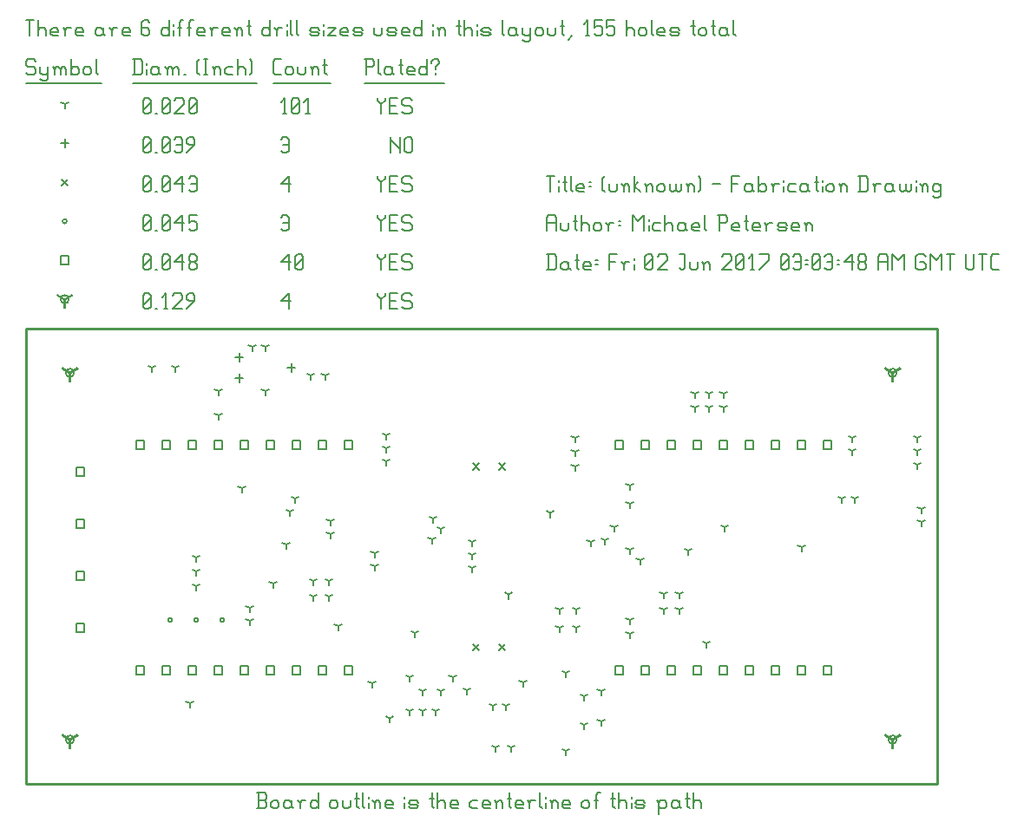
<source format=gbr>
G04 start of page 13 for group -3984 idx -3984 *
G04 Title: (unknown), fab *
G04 Creator: pcb 20140316 *
G04 CreationDate: Fri 02 Jun 2017 03:03:48 AM GMT UTC *
G04 For: railfan *
G04 Format: Gerber/RS-274X *
G04 PCB-Dimensions (mil): 3500.00 1750.00 *
G04 PCB-Coordinate-Origin: lower left *
%MOIN*%
%FSLAX25Y25*%
%LNFAB*%
%ADD108C,0.0100*%
%ADD107C,0.0060*%
%ADD106C,0.0001*%
%ADD105R,0.0080X0.0080*%
G54D105*X17000Y17000D02*Y13800D01*
G54D106*G36*
X16454Y17147D02*X19920Y19146D01*
X20320Y18453D01*
X16853Y16454D01*
X16454Y17147D01*
G37*
G36*
X17147Y16454D02*X13680Y18453D01*
X14080Y19146D01*
X17546Y17147D01*
X17147Y16454D01*
G37*
G54D105*X15400Y17000D02*G75*G03X18600Y17000I1600J0D01*G01*
G75*G03X15400Y17000I-1600J0D01*G01*
X333000D02*Y13800D01*
G54D106*G36*
X332454Y17147D02*X335920Y19146D01*
X336320Y18453D01*
X332853Y16454D01*
X332454Y17147D01*
G37*
G36*
X333147Y16454D02*X329680Y18453D01*
X330080Y19146D01*
X333546Y17147D01*
X333147Y16454D01*
G37*
G54D105*X331400Y17000D02*G75*G03X334600Y17000I1600J0D01*G01*
G75*G03X331400Y17000I-1600J0D01*G01*
X333000Y158000D02*Y154800D01*
G54D106*G36*
X332454Y158147D02*X335920Y160146D01*
X336320Y159453D01*
X332853Y157454D01*
X332454Y158147D01*
G37*
G36*
X333147Y157454D02*X329680Y159453D01*
X330080Y160146D01*
X333546Y158147D01*
X333147Y157454D01*
G37*
G54D105*X331400Y158000D02*G75*G03X334600Y158000I1600J0D01*G01*
G75*G03X331400Y158000I-1600J0D01*G01*
X17000D02*Y154800D01*
G54D106*G36*
X16454Y158147D02*X19920Y160146D01*
X20320Y159453D01*
X16853Y157454D01*
X16454Y158147D01*
G37*
G36*
X17147Y157454D02*X13680Y159453D01*
X14080Y160146D01*
X17546Y158147D01*
X17147Y157454D01*
G37*
G54D105*X15400Y158000D02*G75*G03X18600Y158000I1600J0D01*G01*
G75*G03X15400Y158000I-1600J0D01*G01*
X15000Y186250D02*Y183050D01*
G54D106*G36*
X14454Y186397D02*X17920Y188396D01*
X18320Y187703D01*
X14853Y185704D01*
X14454Y186397D01*
G37*
G36*
X15147Y185704D02*X11680Y187703D01*
X12080Y188396D01*
X15546Y186397D01*
X15147Y185704D01*
G37*
G54D105*X13400Y186250D02*G75*G03X16600Y186250I1600J0D01*G01*
G75*G03X13400Y186250I-1600J0D01*G01*
G54D107*X135000Y188500D02*Y187750D01*
X136500Y186250D01*
X138000Y187750D01*
Y188500D02*Y187750D01*
X136500Y186250D02*Y182500D01*
X139800Y185500D02*X142050D01*
X139800Y182500D02*X142800D01*
X139800Y188500D02*Y182500D01*
Y188500D02*X142800D01*
X147600D02*X148350Y187750D01*
X145350Y188500D02*X147600D01*
X144600Y187750D02*X145350Y188500D01*
X144600Y187750D02*Y186250D01*
X145350Y185500D01*
X147600D01*
X148350Y184750D01*
Y183250D01*
X147600Y182500D02*X148350Y183250D01*
X145350Y182500D02*X147600D01*
X144600Y183250D02*X145350Y182500D01*
X98000Y185500D02*X101000Y188500D01*
X98000Y185500D02*X101750D01*
X101000Y188500D02*Y182500D01*
X45000Y183250D02*X45750Y182500D01*
X45000Y187750D02*Y183250D01*
Y187750D02*X45750Y188500D01*
X47250D01*
X48000Y187750D01*
Y183250D01*
X47250Y182500D02*X48000Y183250D01*
X45750Y182500D02*X47250D01*
X45000Y184000D02*X48000Y187000D01*
X49800Y182500D02*X50550D01*
X53100D02*X54600D01*
X53850Y188500D02*Y182500D01*
X52350Y187000D02*X53850Y188500D01*
X56400Y187750D02*X57150Y188500D01*
X59400D01*
X60150Y187750D01*
Y186250D01*
X56400Y182500D02*X60150Y186250D01*
X56400Y182500D02*X60150D01*
X61950D02*X64950Y185500D01*
Y187750D02*Y185500D01*
X64200Y188500D02*X64950Y187750D01*
X62700Y188500D02*X64200D01*
X61950Y187750D02*X62700Y188500D01*
X61950Y187750D02*Y186250D01*
X62700Y185500D01*
X64950D01*
X306400Y45300D02*X309600D01*
X306400D02*Y42100D01*
X309600D01*
Y45300D02*Y42100D01*
X296400Y45300D02*X299600D01*
X296400D02*Y42100D01*
X299600D01*
Y45300D02*Y42100D01*
X286400Y45300D02*X289600D01*
X286400D02*Y42100D01*
X289600D01*
Y45300D02*Y42100D01*
X276400Y45300D02*X279600D01*
X276400D02*Y42100D01*
X279600D01*
Y45300D02*Y42100D01*
X266400Y45300D02*X269600D01*
X266400D02*Y42100D01*
X269600D01*
Y45300D02*Y42100D01*
X256400Y45300D02*X259600D01*
X256400D02*Y42100D01*
X259600D01*
Y45300D02*Y42100D01*
X246400Y45300D02*X249600D01*
X246400D02*Y42100D01*
X249600D01*
Y45300D02*Y42100D01*
X236400Y45300D02*X239600D01*
X236400D02*Y42100D01*
X239600D01*
Y45300D02*Y42100D01*
X226400Y45300D02*X229600D01*
X226400D02*Y42100D01*
X229600D01*
Y45300D02*Y42100D01*
X306400Y131900D02*X309600D01*
X306400D02*Y128700D01*
X309600D01*
Y131900D02*Y128700D01*
X296400Y131900D02*X299600D01*
X296400D02*Y128700D01*
X299600D01*
Y131900D02*Y128700D01*
X286400Y131900D02*X289600D01*
X286400D02*Y128700D01*
X289600D01*
Y131900D02*Y128700D01*
X276400Y131900D02*X279600D01*
X276400D02*Y128700D01*
X279600D01*
Y131900D02*Y128700D01*
X266400Y131900D02*X269600D01*
X266400D02*Y128700D01*
X269600D01*
Y131900D02*Y128700D01*
X256400Y131900D02*X259600D01*
X256400D02*Y128700D01*
X259600D01*
Y131900D02*Y128700D01*
X246400Y131900D02*X249600D01*
X246400D02*Y128700D01*
X249600D01*
Y131900D02*Y128700D01*
X236400Y131900D02*X239600D01*
X236400D02*Y128700D01*
X239600D01*
Y131900D02*Y128700D01*
X226400Y131900D02*X229600D01*
X226400D02*Y128700D01*
X229600D01*
Y131900D02*Y128700D01*
X19400Y121600D02*X22600D01*
X19400D02*Y118400D01*
X22600D01*
Y121600D02*Y118400D01*
X19400Y101600D02*X22600D01*
X19400D02*Y98400D01*
X22600D01*
Y101600D02*Y98400D01*
X19400Y81600D02*X22600D01*
X19400D02*Y78400D01*
X22600D01*
Y81600D02*Y78400D01*
X19400Y61600D02*X22600D01*
X19400D02*Y58400D01*
X22600D01*
Y61600D02*Y58400D01*
X122400Y45300D02*X125600D01*
X122400D02*Y42100D01*
X125600D01*
Y45300D02*Y42100D01*
X112400Y45300D02*X115600D01*
X112400D02*Y42100D01*
X115600D01*
Y45300D02*Y42100D01*
X102400Y45300D02*X105600D01*
X102400D02*Y42100D01*
X105600D01*
Y45300D02*Y42100D01*
X92400Y45300D02*X95600D01*
X92400D02*Y42100D01*
X95600D01*
Y45300D02*Y42100D01*
X82400Y45300D02*X85600D01*
X82400D02*Y42100D01*
X85600D01*
Y45300D02*Y42100D01*
X72400Y45300D02*X75600D01*
X72400D02*Y42100D01*
X75600D01*
Y45300D02*Y42100D01*
X62400Y45300D02*X65600D01*
X62400D02*Y42100D01*
X65600D01*
Y45300D02*Y42100D01*
X52400Y45300D02*X55600D01*
X52400D02*Y42100D01*
X55600D01*
Y45300D02*Y42100D01*
X42400Y45300D02*X45600D01*
X42400D02*Y42100D01*
X45600D01*
Y45300D02*Y42100D01*
X122400Y131900D02*X125600D01*
X122400D02*Y128700D01*
X125600D01*
Y131900D02*Y128700D01*
X112400Y131900D02*X115600D01*
X112400D02*Y128700D01*
X115600D01*
Y131900D02*Y128700D01*
X102400Y131900D02*X105600D01*
X102400D02*Y128700D01*
X105600D01*
Y131900D02*Y128700D01*
X92400Y131900D02*X95600D01*
X92400D02*Y128700D01*
X95600D01*
Y131900D02*Y128700D01*
X82400Y131900D02*X85600D01*
X82400D02*Y128700D01*
X85600D01*
Y131900D02*Y128700D01*
X72400Y131900D02*X75600D01*
X72400D02*Y128700D01*
X75600D01*
Y131900D02*Y128700D01*
X62400Y131900D02*X65600D01*
X62400D02*Y128700D01*
X65600D01*
Y131900D02*Y128700D01*
X52400Y131900D02*X55600D01*
X52400D02*Y128700D01*
X55600D01*
Y131900D02*Y128700D01*
X42400Y131900D02*X45600D01*
X42400D02*Y128700D01*
X45600D01*
Y131900D02*Y128700D01*
X13400Y202850D02*X16600D01*
X13400D02*Y199650D01*
X16600D01*
Y202850D02*Y199650D01*
X135000Y203500D02*Y202750D01*
X136500Y201250D01*
X138000Y202750D01*
Y203500D02*Y202750D01*
X136500Y201250D02*Y197500D01*
X139800Y200500D02*X142050D01*
X139800Y197500D02*X142800D01*
X139800Y203500D02*Y197500D01*
Y203500D02*X142800D01*
X147600D02*X148350Y202750D01*
X145350Y203500D02*X147600D01*
X144600Y202750D02*X145350Y203500D01*
X144600Y202750D02*Y201250D01*
X145350Y200500D01*
X147600D01*
X148350Y199750D01*
Y198250D01*
X147600Y197500D02*X148350Y198250D01*
X145350Y197500D02*X147600D01*
X144600Y198250D02*X145350Y197500D01*
X98000Y200500D02*X101000Y203500D01*
X98000Y200500D02*X101750D01*
X101000Y203500D02*Y197500D01*
X103550Y198250D02*X104300Y197500D01*
X103550Y202750D02*Y198250D01*
Y202750D02*X104300Y203500D01*
X105800D01*
X106550Y202750D01*
Y198250D01*
X105800Y197500D02*X106550Y198250D01*
X104300Y197500D02*X105800D01*
X103550Y199000D02*X106550Y202000D01*
X45000Y198250D02*X45750Y197500D01*
X45000Y202750D02*Y198250D01*
Y202750D02*X45750Y203500D01*
X47250D01*
X48000Y202750D01*
Y198250D01*
X47250Y197500D02*X48000Y198250D01*
X45750Y197500D02*X47250D01*
X45000Y199000D02*X48000Y202000D01*
X49800Y197500D02*X50550D01*
X52350Y198250D02*X53100Y197500D01*
X52350Y202750D02*Y198250D01*
Y202750D02*X53100Y203500D01*
X54600D01*
X55350Y202750D01*
Y198250D01*
X54600Y197500D02*X55350Y198250D01*
X53100Y197500D02*X54600D01*
X52350Y199000D02*X55350Y202000D01*
X57150Y200500D02*X60150Y203500D01*
X57150Y200500D02*X60900D01*
X60150Y203500D02*Y197500D01*
X62700Y198250D02*X63450Y197500D01*
X62700Y199750D02*Y198250D01*
Y199750D02*X63450Y200500D01*
X64950D01*
X65700Y199750D01*
Y198250D01*
X64950Y197500D02*X65700Y198250D01*
X63450Y197500D02*X64950D01*
X62700Y201250D02*X63450Y200500D01*
X62700Y202750D02*Y201250D01*
Y202750D02*X63450Y203500D01*
X64950D01*
X65700Y202750D01*
Y201250D01*
X64950Y200500D02*X65700Y201250D01*
X74700Y63000D02*G75*G03X76300Y63000I800J0D01*G01*
G75*G03X74700Y63000I-800J0D01*G01*
X64700D02*G75*G03X66300Y63000I800J0D01*G01*
G75*G03X64700Y63000I-800J0D01*G01*
X54700D02*G75*G03X56300Y63000I800J0D01*G01*
G75*G03X54700Y63000I-800J0D01*G01*
X14200Y216250D02*G75*G03X15800Y216250I800J0D01*G01*
G75*G03X14200Y216250I-800J0D01*G01*
X135000Y218500D02*Y217750D01*
X136500Y216250D01*
X138000Y217750D01*
Y218500D02*Y217750D01*
X136500Y216250D02*Y212500D01*
X139800Y215500D02*X142050D01*
X139800Y212500D02*X142800D01*
X139800Y218500D02*Y212500D01*
Y218500D02*X142800D01*
X147600D02*X148350Y217750D01*
X145350Y218500D02*X147600D01*
X144600Y217750D02*X145350Y218500D01*
X144600Y217750D02*Y216250D01*
X145350Y215500D01*
X147600D01*
X148350Y214750D01*
Y213250D01*
X147600Y212500D02*X148350Y213250D01*
X145350Y212500D02*X147600D01*
X144600Y213250D02*X145350Y212500D01*
X98000Y217750D02*X98750Y218500D01*
X100250D01*
X101000Y217750D01*
Y213250D01*
X100250Y212500D02*X101000Y213250D01*
X98750Y212500D02*X100250D01*
X98000Y213250D02*X98750Y212500D01*
Y215500D02*X101000D01*
X45000Y213250D02*X45750Y212500D01*
X45000Y217750D02*Y213250D01*
Y217750D02*X45750Y218500D01*
X47250D01*
X48000Y217750D01*
Y213250D01*
X47250Y212500D02*X48000Y213250D01*
X45750Y212500D02*X47250D01*
X45000Y214000D02*X48000Y217000D01*
X49800Y212500D02*X50550D01*
X52350Y213250D02*X53100Y212500D01*
X52350Y217750D02*Y213250D01*
Y217750D02*X53100Y218500D01*
X54600D01*
X55350Y217750D01*
Y213250D01*
X54600Y212500D02*X55350Y213250D01*
X53100Y212500D02*X54600D01*
X52350Y214000D02*X55350Y217000D01*
X57150Y215500D02*X60150Y218500D01*
X57150Y215500D02*X60900D01*
X60150Y218500D02*Y212500D01*
X62700Y218500D02*X65700D01*
X62700D02*Y215500D01*
X63450Y216250D01*
X64950D01*
X65700Y215500D01*
Y213250D01*
X64950Y212500D02*X65700Y213250D01*
X63450Y212500D02*X64950D01*
X62700Y213250D02*X63450Y212500D01*
X171800Y123200D02*X174200Y120800D01*
X171800D02*X174200Y123200D01*
X181800D02*X184200Y120800D01*
X181800D02*X184200Y123200D01*
X171800Y53700D02*X174200Y51300D01*
X171800D02*X174200Y53700D01*
X181800D02*X184200Y51300D01*
X181800D02*X184200Y53700D01*
X13800Y232450D02*X16200Y230050D01*
X13800D02*X16200Y232450D01*
X135000Y233500D02*Y232750D01*
X136500Y231250D01*
X138000Y232750D01*
Y233500D02*Y232750D01*
X136500Y231250D02*Y227500D01*
X139800Y230500D02*X142050D01*
X139800Y227500D02*X142800D01*
X139800Y233500D02*Y227500D01*
Y233500D02*X142800D01*
X147600D02*X148350Y232750D01*
X145350Y233500D02*X147600D01*
X144600Y232750D02*X145350Y233500D01*
X144600Y232750D02*Y231250D01*
X145350Y230500D01*
X147600D01*
X148350Y229750D01*
Y228250D01*
X147600Y227500D02*X148350Y228250D01*
X145350Y227500D02*X147600D01*
X144600Y228250D02*X145350Y227500D01*
X98000Y230500D02*X101000Y233500D01*
X98000Y230500D02*X101750D01*
X101000Y233500D02*Y227500D01*
X45000Y228250D02*X45750Y227500D01*
X45000Y232750D02*Y228250D01*
Y232750D02*X45750Y233500D01*
X47250D01*
X48000Y232750D01*
Y228250D01*
X47250Y227500D02*X48000Y228250D01*
X45750Y227500D02*X47250D01*
X45000Y229000D02*X48000Y232000D01*
X49800Y227500D02*X50550D01*
X52350Y228250D02*X53100Y227500D01*
X52350Y232750D02*Y228250D01*
Y232750D02*X53100Y233500D01*
X54600D01*
X55350Y232750D01*
Y228250D01*
X54600Y227500D02*X55350Y228250D01*
X53100Y227500D02*X54600D01*
X52350Y229000D02*X55350Y232000D01*
X57150Y230500D02*X60150Y233500D01*
X57150Y230500D02*X60900D01*
X60150Y233500D02*Y227500D01*
X62700Y232750D02*X63450Y233500D01*
X64950D01*
X65700Y232750D01*
Y228250D01*
X64950Y227500D02*X65700Y228250D01*
X63450Y227500D02*X64950D01*
X62700Y228250D02*X63450Y227500D01*
Y230500D02*X65700D01*
X102000Y161600D02*Y158400D01*
X100400Y160000D02*X103600D01*
X82000Y157600D02*Y154400D01*
X80400Y156000D02*X83600D01*
X82000Y165600D02*Y162400D01*
X80400Y164000D02*X83600D01*
X15000Y247850D02*Y244650D01*
X13400Y246250D02*X16600D01*
X140000Y248500D02*Y242500D01*
Y248500D02*Y247750D01*
X143750Y244000D01*
Y248500D02*Y242500D01*
X145550Y247750D02*Y243250D01*
Y247750D02*X146300Y248500D01*
X147800D01*
X148550Y247750D01*
Y243250D01*
X147800Y242500D02*X148550Y243250D01*
X146300Y242500D02*X147800D01*
X145550Y243250D02*X146300Y242500D01*
X98000Y247750D02*X98750Y248500D01*
X100250D01*
X101000Y247750D01*
Y243250D01*
X100250Y242500D02*X101000Y243250D01*
X98750Y242500D02*X100250D01*
X98000Y243250D02*X98750Y242500D01*
Y245500D02*X101000D01*
X45000Y243250D02*X45750Y242500D01*
X45000Y247750D02*Y243250D01*
Y247750D02*X45750Y248500D01*
X47250D01*
X48000Y247750D01*
Y243250D01*
X47250Y242500D02*X48000Y243250D01*
X45750Y242500D02*X47250D01*
X45000Y244000D02*X48000Y247000D01*
X49800Y242500D02*X50550D01*
X52350Y243250D02*X53100Y242500D01*
X52350Y247750D02*Y243250D01*
Y247750D02*X53100Y248500D01*
X54600D01*
X55350Y247750D01*
Y243250D01*
X54600Y242500D02*X55350Y243250D01*
X53100Y242500D02*X54600D01*
X52350Y244000D02*X55350Y247000D01*
X57150Y247750D02*X57900Y248500D01*
X59400D01*
X60150Y247750D01*
Y243250D01*
X59400Y242500D02*X60150Y243250D01*
X57900Y242500D02*X59400D01*
X57150Y243250D02*X57900Y242500D01*
Y245500D02*X60150D01*
X61950Y242500D02*X64950Y245500D01*
Y247750D02*Y245500D01*
X64200Y248500D02*X64950Y247750D01*
X62700Y248500D02*X64200D01*
X61950Y247750D02*X62700Y248500D01*
X61950Y247750D02*Y246250D01*
X62700Y245500D01*
X64950D01*
X120000Y60500D02*Y58900D01*
Y60500D02*X121387Y61300D01*
X120000Y60500D02*X118613Y61300D01*
X117000Y96000D02*Y94400D01*
Y96000D02*X118387Y96800D01*
X117000Y96000D02*X115613Y96800D01*
X117000Y101000D02*Y99400D01*
Y101000D02*X118387Y101800D01*
X117000Y101000D02*X115613Y101800D01*
X65500Y87000D02*Y85400D01*
Y87000D02*X66887Y87800D01*
X65500Y87000D02*X64113Y87800D01*
X65500Y81500D02*Y79900D01*
Y81500D02*X66887Y82300D01*
X65500Y81500D02*X64113Y82300D01*
X65500Y76000D02*Y74400D01*
Y76000D02*X66887Y76800D01*
X65500Y76000D02*X64113Y76800D01*
X63000Y31000D02*Y29400D01*
Y31000D02*X64387Y31800D01*
X63000Y31000D02*X61613Y31800D01*
X139700Y25100D02*Y23500D01*
Y25100D02*X141087Y25900D01*
X139700Y25100D02*X138313Y25900D01*
X169500Y36000D02*Y34400D01*
Y36000D02*X170887Y36800D01*
X169500Y36000D02*X168113Y36800D01*
X157500Y28000D02*Y26400D01*
Y28000D02*X158887Y28800D01*
X157500Y28000D02*X156113Y28800D01*
X152500Y28000D02*Y26400D01*
Y28000D02*X153887Y28800D01*
X152500Y28000D02*X151113Y28800D01*
X147500Y28000D02*Y26400D01*
Y28000D02*X148887Y28800D01*
X147500Y28000D02*X146113Y28800D01*
X147500Y41000D02*Y39400D01*
Y41000D02*X148887Y41800D01*
X147500Y41000D02*X146113Y41800D01*
X152500Y35500D02*Y33900D01*
Y35500D02*X153887Y36300D01*
X152500Y35500D02*X151113Y36300D01*
X57500Y160000D02*Y158400D01*
Y160000D02*X58887Y160800D01*
X57500Y160000D02*X56113Y160800D01*
X48500Y160000D02*Y158400D01*
Y160000D02*X49887Y160800D01*
X48500Y160000D02*X47113Y160800D01*
X109500Y157000D02*Y155400D01*
Y157000D02*X110887Y157800D01*
X109500Y157000D02*X108113Y157800D01*
X115000Y157000D02*Y155400D01*
Y157000D02*X116387Y157800D01*
X115000Y157000D02*X113613Y157800D01*
X74000Y151000D02*Y149400D01*
Y151000D02*X75387Y151800D01*
X74000Y151000D02*X72613Y151800D01*
X87000Y168000D02*Y166400D01*
Y168000D02*X88387Y168800D01*
X87000Y168000D02*X85613Y168800D01*
X74000Y141500D02*Y139900D01*
Y141500D02*X75387Y142300D01*
X74000Y141500D02*X72613Y142300D01*
X133000Y38500D02*Y36900D01*
Y38500D02*X134387Y39300D01*
X133000Y38500D02*X131613Y39300D01*
X134000Y88500D02*Y86900D01*
Y88500D02*X135387Y89300D01*
X134000Y88500D02*X132613Y89300D01*
X134000Y83500D02*Y81900D01*
Y83500D02*X135387Y84300D01*
X134000Y83500D02*X132613Y84300D01*
X86000Y62500D02*Y60900D01*
Y62500D02*X87387Y63300D01*
X86000Y62500D02*X84613Y63300D01*
X86000Y67500D02*Y65900D01*
Y67500D02*X87387Y68300D01*
X86000Y67500D02*X84613Y68300D01*
X95000Y77000D02*Y75400D01*
Y77000D02*X96387Y77800D01*
X95000Y77000D02*X93613Y77800D01*
X83000Y113500D02*Y111900D01*
Y113500D02*X84387Y114300D01*
X83000Y113500D02*X81613Y114300D01*
X103500Y109500D02*Y107900D01*
Y109500D02*X104887Y110300D01*
X103500Y109500D02*X102113Y110300D01*
X101500Y104500D02*Y102900D01*
Y104500D02*X102887Y105300D01*
X101500Y104500D02*X100113Y105300D01*
X100000Y92000D02*Y90400D01*
Y92000D02*X101387Y92800D01*
X100000Y92000D02*X98613Y92800D01*
X138500Y124000D02*Y122400D01*
Y124000D02*X139887Y124800D01*
X138500Y124000D02*X137113Y124800D01*
X92000Y168000D02*Y166400D01*
Y168000D02*X93387Y168800D01*
X92000Y168000D02*X90613Y168800D01*
X92000Y151000D02*Y149400D01*
Y151000D02*X93387Y151800D01*
X92000Y151000D02*X90613Y151800D01*
X156500Y102000D02*Y100400D01*
Y102000D02*X157887Y102800D01*
X156500Y102000D02*X155113Y102800D01*
X159500Y98000D02*Y96400D01*
Y98000D02*X160887Y98800D01*
X159500Y98000D02*X158113Y98800D01*
X156000Y94000D02*Y92400D01*
Y94000D02*X157387Y94800D01*
X156000Y94000D02*X154613Y94800D01*
X149500Y58000D02*Y56400D01*
Y58000D02*X150887Y58800D01*
X149500Y58000D02*X148113Y58800D01*
X201500Y104043D02*Y102443D01*
Y104043D02*X202887Y104843D01*
X201500Y104043D02*X200113Y104843D01*
X211000Y133000D02*Y131400D01*
Y133000D02*X212387Y133800D01*
X211000Y133000D02*X209613Y133800D01*
X211000Y127500D02*Y125900D01*
Y127500D02*X212387Y128300D01*
X211000Y127500D02*X209613Y128300D01*
X211000Y122000D02*Y120400D01*
Y122000D02*X212387Y122800D01*
X211000Y122000D02*X209613Y122800D01*
X171500Y88000D02*Y86400D01*
Y88000D02*X172887Y88800D01*
X171500Y88000D02*X170113Y88800D01*
X317500Y128000D02*Y126400D01*
Y128000D02*X318887Y128800D01*
X317500Y128000D02*X316113Y128800D01*
X317500Y133000D02*Y131400D01*
Y133000D02*X318887Y133800D01*
X317500Y133000D02*X316113Y133800D01*
X342500Y133000D02*Y131400D01*
Y133000D02*X343887Y133800D01*
X342500Y133000D02*X341113Y133800D01*
X342500Y128000D02*Y126400D01*
Y128000D02*X343887Y128800D01*
X342500Y128000D02*X341113Y128800D01*
X342500Y122500D02*Y120900D01*
Y122500D02*X343887Y123300D01*
X342500Y122500D02*X341113Y123300D01*
X257000Y150000D02*Y148400D01*
Y150000D02*X258387Y150800D01*
X257000Y150000D02*X255613Y150800D01*
X262500Y150000D02*Y148400D01*
Y150000D02*X263887Y150800D01*
X262500Y150000D02*X261113Y150800D01*
X268000Y150000D02*Y148400D01*
Y150000D02*X269387Y150800D01*
X268000Y150000D02*X266613Y150800D01*
X257000Y144500D02*Y142900D01*
Y144500D02*X258387Y145300D01*
X257000Y144500D02*X255613Y145300D01*
X262500Y144500D02*Y142900D01*
Y144500D02*X263887Y145300D01*
X262500Y144500D02*X261113Y145300D01*
X268000Y144500D02*Y142900D01*
Y144500D02*X269387Y145300D01*
X268000Y144500D02*X266613Y145300D01*
X344000Y100500D02*Y98900D01*
Y100500D02*X345387Y101300D01*
X344000Y100500D02*X342613Y101300D01*
X232000Y114500D02*Y112900D01*
Y114500D02*X233387Y115300D01*
X232000Y114500D02*X230613Y115300D01*
X232000Y107500D02*Y105900D01*
Y107500D02*X233387Y108300D01*
X232000Y107500D02*X230613Y108300D01*
X344000Y105500D02*Y103900D01*
Y105500D02*X345387Y106300D01*
X344000Y105500D02*X342613Y106300D01*
X207500Y42500D02*Y40900D01*
Y42500D02*X208887Y43300D01*
X207500Y42500D02*X206113Y43300D01*
X318500Y109500D02*Y107900D01*
Y109500D02*X319887Y110300D01*
X318500Y109500D02*X317113Y110300D01*
X268500Y98500D02*Y96900D01*
Y98500D02*X269887Y99300D01*
X268500Y98500D02*X267113Y99300D01*
X298000Y91000D02*Y89400D01*
Y91000D02*X299387Y91800D01*
X298000Y91000D02*X296613Y91800D01*
X226000Y98500D02*Y96900D01*
Y98500D02*X227387Y99300D01*
X226000Y98500D02*X224613Y99300D01*
X222500Y93500D02*Y91900D01*
Y93500D02*X223887Y94300D01*
X222500Y93500D02*X221113Y94300D01*
X232000Y90000D02*Y88400D01*
Y90000D02*X233387Y90800D01*
X232000Y90000D02*X230613Y90800D01*
X236000Y86000D02*Y84400D01*
Y86000D02*X237387Y86800D01*
X236000Y86000D02*X234613Y86800D01*
X232000Y63000D02*Y61400D01*
Y63000D02*X233387Y63800D01*
X232000Y63000D02*X230613Y63800D01*
X232000Y57500D02*Y55900D01*
Y57500D02*X233387Y58300D01*
X232000Y57500D02*X230613Y58300D01*
X261500Y54000D02*Y52400D01*
Y54000D02*X262887Y54800D01*
X261500Y54000D02*X260113Y54800D01*
X313500Y109500D02*Y107900D01*
Y109500D02*X314887Y110300D01*
X313500Y109500D02*X312113Y110300D01*
X138500Y134000D02*Y132400D01*
Y134000D02*X139887Y134800D01*
X138500Y134000D02*X137113Y134800D01*
X138500Y129000D02*Y127400D01*
Y129000D02*X139887Y129800D01*
X138500Y129000D02*X137113Y129800D01*
X171500Y93000D02*Y91400D01*
Y93000D02*X172887Y93800D01*
X171500Y93000D02*X170113Y93800D01*
X171500Y83000D02*Y81400D01*
Y83000D02*X172887Y83800D01*
X171500Y83000D02*X170113Y83800D01*
X185500Y72700D02*Y71100D01*
Y72700D02*X186887Y73500D01*
X185500Y72700D02*X184113Y73500D01*
X205000Y67000D02*Y65400D01*
Y67000D02*X206387Y67800D01*
X205000Y67000D02*X203613Y67800D01*
X211500Y67000D02*Y65400D01*
Y67000D02*X212887Y67800D01*
X211500Y67000D02*X210113Y67800D01*
X211500Y60000D02*Y58400D01*
Y60000D02*X212887Y60800D01*
X211500Y60000D02*X210113Y60800D01*
X205000Y60000D02*Y58400D01*
Y60000D02*X206387Y60800D01*
X205000Y60000D02*X203613Y60800D01*
X180500Y14000D02*Y12400D01*
Y14000D02*X181887Y14800D01*
X180500Y14000D02*X179113Y14800D01*
X179500Y30000D02*Y28400D01*
Y30000D02*X180887Y30800D01*
X179500Y30000D02*X178113Y30800D01*
X184500Y30000D02*Y28400D01*
Y30000D02*X185887Y30800D01*
X184500Y30000D02*X183113Y30800D01*
X164000Y41000D02*Y39400D01*
Y41000D02*X165387Y41800D01*
X164000Y41000D02*X162613Y41800D01*
X159500Y35500D02*Y33900D01*
Y35500D02*X160887Y36300D01*
X159500Y35500D02*X158113Y36300D01*
X214500Y33500D02*Y31900D01*
Y33500D02*X215887Y34300D01*
X214500Y33500D02*X213113Y34300D01*
X221000Y35500D02*Y33900D01*
Y35500D02*X222387Y36300D01*
X221000Y35500D02*X219613Y36300D01*
X221000Y24000D02*Y22400D01*
Y24000D02*X222387Y24800D01*
X221000Y24000D02*X219613Y24800D01*
X214500Y22500D02*Y20900D01*
Y22500D02*X215887Y23300D01*
X214500Y22500D02*X213113Y23300D01*
X191000Y39000D02*Y37400D01*
Y39000D02*X192387Y39800D01*
X191000Y39000D02*X189613Y39800D01*
X186500Y14000D02*Y12400D01*
Y14000D02*X187887Y14800D01*
X186500Y14000D02*X185113Y14800D01*
X207500Y12500D02*Y10900D01*
Y12500D02*X208887Y13300D01*
X207500Y12500D02*X206113Y13300D01*
X217000Y93000D02*Y91400D01*
Y93000D02*X218387Y93800D01*
X217000Y93000D02*X215613Y93800D01*
X110500Y72000D02*Y70400D01*
Y72000D02*X111887Y72800D01*
X110500Y72000D02*X109113Y72800D01*
X110500Y78000D02*Y76400D01*
Y78000D02*X111887Y78800D01*
X110500Y78000D02*X109113Y78800D01*
X116500Y78000D02*Y76400D01*
Y78000D02*X117887Y78800D01*
X116500Y78000D02*X115113Y78800D01*
X116500Y72000D02*Y70400D01*
Y72000D02*X117887Y72800D01*
X116500Y72000D02*X115113Y72800D01*
X254500Y89500D02*Y87900D01*
Y89500D02*X255887Y90300D01*
X254500Y89500D02*X253113Y90300D01*
X245000Y67000D02*Y65400D01*
Y67000D02*X246387Y67800D01*
X245000Y67000D02*X243613Y67800D01*
X245000Y73000D02*Y71400D01*
Y73000D02*X246387Y73800D01*
X245000Y73000D02*X243613Y73800D01*
X251000Y73000D02*Y71400D01*
Y73000D02*X252387Y73800D01*
X251000Y73000D02*X249613Y73800D01*
X251000Y67000D02*Y65400D01*
Y67000D02*X252387Y67800D01*
X251000Y67000D02*X249613Y67800D01*
X15000Y261250D02*Y259650D01*
Y261250D02*X16387Y262050D01*
X15000Y261250D02*X13613Y262050D01*
X135000Y263500D02*Y262750D01*
X136500Y261250D01*
X138000Y262750D01*
Y263500D02*Y262750D01*
X136500Y261250D02*Y257500D01*
X139800Y260500D02*X142050D01*
X139800Y257500D02*X142800D01*
X139800Y263500D02*Y257500D01*
Y263500D02*X142800D01*
X147600D02*X148350Y262750D01*
X145350Y263500D02*X147600D01*
X144600Y262750D02*X145350Y263500D01*
X144600Y262750D02*Y261250D01*
X145350Y260500D01*
X147600D01*
X148350Y259750D01*
Y258250D01*
X147600Y257500D02*X148350Y258250D01*
X145350Y257500D02*X147600D01*
X144600Y258250D02*X145350Y257500D01*
X98750D02*X100250D01*
X99500Y263500D02*Y257500D01*
X98000Y262000D02*X99500Y263500D01*
X102050Y258250D02*X102800Y257500D01*
X102050Y262750D02*Y258250D01*
Y262750D02*X102800Y263500D01*
X104300D01*
X105050Y262750D01*
Y258250D01*
X104300Y257500D02*X105050Y258250D01*
X102800Y257500D02*X104300D01*
X102050Y259000D02*X105050Y262000D01*
X107600Y257500D02*X109100D01*
X108350Y263500D02*Y257500D01*
X106850Y262000D02*X108350Y263500D01*
X45000Y258250D02*X45750Y257500D01*
X45000Y262750D02*Y258250D01*
Y262750D02*X45750Y263500D01*
X47250D01*
X48000Y262750D01*
Y258250D01*
X47250Y257500D02*X48000Y258250D01*
X45750Y257500D02*X47250D01*
X45000Y259000D02*X48000Y262000D01*
X49800Y257500D02*X50550D01*
X52350Y258250D02*X53100Y257500D01*
X52350Y262750D02*Y258250D01*
Y262750D02*X53100Y263500D01*
X54600D01*
X55350Y262750D01*
Y258250D01*
X54600Y257500D02*X55350Y258250D01*
X53100Y257500D02*X54600D01*
X52350Y259000D02*X55350Y262000D01*
X57150Y262750D02*X57900Y263500D01*
X60150D01*
X60900Y262750D01*
Y261250D01*
X57150Y257500D02*X60900Y261250D01*
X57150Y257500D02*X60900D01*
X62700Y258250D02*X63450Y257500D01*
X62700Y262750D02*Y258250D01*
Y262750D02*X63450Y263500D01*
X64950D01*
X65700Y262750D01*
Y258250D01*
X64950Y257500D02*X65700Y258250D01*
X63450Y257500D02*X64950D01*
X62700Y259000D02*X65700Y262000D01*
X3000Y278500D02*X3750Y277750D01*
X750Y278500D02*X3000D01*
X0Y277750D02*X750Y278500D01*
X0Y277750D02*Y276250D01*
X750Y275500D01*
X3000D01*
X3750Y274750D01*
Y273250D01*
X3000Y272500D02*X3750Y273250D01*
X750Y272500D02*X3000D01*
X0Y273250D02*X750Y272500D01*
X5550Y275500D02*Y273250D01*
X6300Y272500D01*
X8550Y275500D02*Y271000D01*
X7800Y270250D02*X8550Y271000D01*
X6300Y270250D02*X7800D01*
X5550Y271000D02*X6300Y270250D01*
Y272500D02*X7800D01*
X8550Y273250D01*
X11100Y274750D02*Y272500D01*
Y274750D02*X11850Y275500D01*
X12600D01*
X13350Y274750D01*
Y272500D01*
Y274750D02*X14100Y275500D01*
X14850D01*
X15600Y274750D01*
Y272500D01*
X10350Y275500D02*X11100Y274750D01*
X17400Y278500D02*Y272500D01*
Y273250D02*X18150Y272500D01*
X19650D01*
X20400Y273250D01*
Y274750D02*Y273250D01*
X19650Y275500D02*X20400Y274750D01*
X18150Y275500D02*X19650D01*
X17400Y274750D02*X18150Y275500D01*
X22200Y274750D02*Y273250D01*
Y274750D02*X22950Y275500D01*
X24450D01*
X25200Y274750D01*
Y273250D01*
X24450Y272500D02*X25200Y273250D01*
X22950Y272500D02*X24450D01*
X22200Y273250D02*X22950Y272500D01*
X27000Y278500D02*Y273250D01*
X27750Y272500D01*
X0Y269250D02*X29250D01*
X41750Y278500D02*Y272500D01*
X44000Y278500D02*X44750Y277750D01*
Y273250D01*
X44000Y272500D02*X44750Y273250D01*
X41000Y272500D02*X44000D01*
X41000Y278500D02*X44000D01*
X46550Y277000D02*Y276250D01*
Y274750D02*Y272500D01*
X50300Y275500D02*X51050Y274750D01*
X48800Y275500D02*X50300D01*
X48050Y274750D02*X48800Y275500D01*
X48050Y274750D02*Y273250D01*
X48800Y272500D01*
X51050Y275500D02*Y273250D01*
X51800Y272500D01*
X48800D02*X50300D01*
X51050Y273250D01*
X54350Y274750D02*Y272500D01*
Y274750D02*X55100Y275500D01*
X55850D01*
X56600Y274750D01*
Y272500D01*
Y274750D02*X57350Y275500D01*
X58100D01*
X58850Y274750D01*
Y272500D01*
X53600Y275500D02*X54350Y274750D01*
X60650Y272500D02*X61400D01*
X65900Y273250D02*X66650Y272500D01*
X65900Y277750D02*X66650Y278500D01*
X65900Y277750D02*Y273250D01*
X68450Y278500D02*X69950D01*
X69200D02*Y272500D01*
X68450D02*X69950D01*
X72500Y274750D02*Y272500D01*
Y274750D02*X73250Y275500D01*
X74000D01*
X74750Y274750D01*
Y272500D01*
X71750Y275500D02*X72500Y274750D01*
X77300Y275500D02*X79550D01*
X76550Y274750D02*X77300Y275500D01*
X76550Y274750D02*Y273250D01*
X77300Y272500D01*
X79550D01*
X81350Y278500D02*Y272500D01*
Y274750D02*X82100Y275500D01*
X83600D01*
X84350Y274750D01*
Y272500D01*
X86150Y278500D02*X86900Y277750D01*
Y273250D01*
X86150Y272500D02*X86900Y273250D01*
X41000Y269250D02*X88700D01*
X95750Y272500D02*X98000D01*
X95000Y273250D02*X95750Y272500D01*
X95000Y277750D02*Y273250D01*
Y277750D02*X95750Y278500D01*
X98000D01*
X99800Y274750D02*Y273250D01*
Y274750D02*X100550Y275500D01*
X102050D01*
X102800Y274750D01*
Y273250D01*
X102050Y272500D02*X102800Y273250D01*
X100550Y272500D02*X102050D01*
X99800Y273250D02*X100550Y272500D01*
X104600Y275500D02*Y273250D01*
X105350Y272500D01*
X106850D01*
X107600Y273250D01*
Y275500D02*Y273250D01*
X110150Y274750D02*Y272500D01*
Y274750D02*X110900Y275500D01*
X111650D01*
X112400Y274750D01*
Y272500D01*
X109400Y275500D02*X110150Y274750D01*
X114950Y278500D02*Y273250D01*
X115700Y272500D01*
X114200Y276250D02*X115700D01*
X95000Y269250D02*X117200D01*
X130750Y278500D02*Y272500D01*
X130000Y278500D02*X133000D01*
X133750Y277750D01*
Y276250D01*
X133000Y275500D02*X133750Y276250D01*
X130750Y275500D02*X133000D01*
X135550Y278500D02*Y273250D01*
X136300Y272500D01*
X140050Y275500D02*X140800Y274750D01*
X138550Y275500D02*X140050D01*
X137800Y274750D02*X138550Y275500D01*
X137800Y274750D02*Y273250D01*
X138550Y272500D01*
X140800Y275500D02*Y273250D01*
X141550Y272500D01*
X138550D02*X140050D01*
X140800Y273250D01*
X144100Y278500D02*Y273250D01*
X144850Y272500D01*
X143350Y276250D02*X144850D01*
X147100Y272500D02*X149350D01*
X146350Y273250D02*X147100Y272500D01*
X146350Y274750D02*Y273250D01*
Y274750D02*X147100Y275500D01*
X148600D01*
X149350Y274750D01*
X146350Y274000D02*X149350D01*
Y274750D02*Y274000D01*
X154150Y278500D02*Y272500D01*
X153400D02*X154150Y273250D01*
X151900Y272500D02*X153400D01*
X151150Y273250D02*X151900Y272500D01*
X151150Y274750D02*Y273250D01*
Y274750D02*X151900Y275500D01*
X153400D01*
X154150Y274750D01*
X157450Y275500D02*Y274750D01*
Y273250D02*Y272500D01*
X155950Y277750D02*Y277000D01*
Y277750D02*X156700Y278500D01*
X158200D01*
X158950Y277750D01*
Y277000D01*
X157450Y275500D02*X158950Y277000D01*
X130000Y269250D02*X160750D01*
X0Y293500D02*X3000D01*
X1500D02*Y287500D01*
X4800Y293500D02*Y287500D01*
Y289750D02*X5550Y290500D01*
X7050D01*
X7800Y289750D01*
Y287500D01*
X10350D02*X12600D01*
X9600Y288250D02*X10350Y287500D01*
X9600Y289750D02*Y288250D01*
Y289750D02*X10350Y290500D01*
X11850D01*
X12600Y289750D01*
X9600Y289000D02*X12600D01*
Y289750D02*Y289000D01*
X15150Y289750D02*Y287500D01*
Y289750D02*X15900Y290500D01*
X17400D01*
X14400D02*X15150Y289750D01*
X19950Y287500D02*X22200D01*
X19200Y288250D02*X19950Y287500D01*
X19200Y289750D02*Y288250D01*
Y289750D02*X19950Y290500D01*
X21450D01*
X22200Y289750D01*
X19200Y289000D02*X22200D01*
Y289750D02*Y289000D01*
X28950Y290500D02*X29700Y289750D01*
X27450Y290500D02*X28950D01*
X26700Y289750D02*X27450Y290500D01*
X26700Y289750D02*Y288250D01*
X27450Y287500D01*
X29700Y290500D02*Y288250D01*
X30450Y287500D01*
X27450D02*X28950D01*
X29700Y288250D01*
X33000Y289750D02*Y287500D01*
Y289750D02*X33750Y290500D01*
X35250D01*
X32250D02*X33000Y289750D01*
X37800Y287500D02*X40050D01*
X37050Y288250D02*X37800Y287500D01*
X37050Y289750D02*Y288250D01*
Y289750D02*X37800Y290500D01*
X39300D01*
X40050Y289750D01*
X37050Y289000D02*X40050D01*
Y289750D02*Y289000D01*
X46800Y293500D02*X47550Y292750D01*
X45300Y293500D02*X46800D01*
X44550Y292750D02*X45300Y293500D01*
X44550Y292750D02*Y288250D01*
X45300Y287500D01*
X46800Y290500D02*X47550Y289750D01*
X44550Y290500D02*X46800D01*
X45300Y287500D02*X46800D01*
X47550Y288250D01*
Y289750D02*Y288250D01*
X55050Y293500D02*Y287500D01*
X54300D02*X55050Y288250D01*
X52800Y287500D02*X54300D01*
X52050Y288250D02*X52800Y287500D01*
X52050Y289750D02*Y288250D01*
Y289750D02*X52800Y290500D01*
X54300D01*
X55050Y289750D01*
X56850Y292000D02*Y291250D01*
Y289750D02*Y287500D01*
X59100Y292750D02*Y287500D01*
Y292750D02*X59850Y293500D01*
X60600D01*
X58350Y290500D02*X59850D01*
X62850Y292750D02*Y287500D01*
Y292750D02*X63600Y293500D01*
X64350D01*
X62100Y290500D02*X63600D01*
X66600Y287500D02*X68850D01*
X65850Y288250D02*X66600Y287500D01*
X65850Y289750D02*Y288250D01*
Y289750D02*X66600Y290500D01*
X68100D01*
X68850Y289750D01*
X65850Y289000D02*X68850D01*
Y289750D02*Y289000D01*
X71400Y289750D02*Y287500D01*
Y289750D02*X72150Y290500D01*
X73650D01*
X70650D02*X71400Y289750D01*
X76200Y287500D02*X78450D01*
X75450Y288250D02*X76200Y287500D01*
X75450Y289750D02*Y288250D01*
Y289750D02*X76200Y290500D01*
X77700D01*
X78450Y289750D01*
X75450Y289000D02*X78450D01*
Y289750D02*Y289000D01*
X81000Y289750D02*Y287500D01*
Y289750D02*X81750Y290500D01*
X82500D01*
X83250Y289750D01*
Y287500D01*
X80250Y290500D02*X81000Y289750D01*
X85800Y293500D02*Y288250D01*
X86550Y287500D01*
X85050Y291250D02*X86550D01*
X93750Y293500D02*Y287500D01*
X93000D02*X93750Y288250D01*
X91500Y287500D02*X93000D01*
X90750Y288250D02*X91500Y287500D01*
X90750Y289750D02*Y288250D01*
Y289750D02*X91500Y290500D01*
X93000D01*
X93750Y289750D01*
X96300D02*Y287500D01*
Y289750D02*X97050Y290500D01*
X98550D01*
X95550D02*X96300Y289750D01*
X100350Y292000D02*Y291250D01*
Y289750D02*Y287500D01*
X101850Y293500D02*Y288250D01*
X102600Y287500D01*
X104100Y293500D02*Y288250D01*
X104850Y287500D01*
X109800D02*X112050D01*
X112800Y288250D01*
X112050Y289000D02*X112800Y288250D01*
X109800Y289000D02*X112050D01*
X109050Y289750D02*X109800Y289000D01*
X109050Y289750D02*X109800Y290500D01*
X112050D01*
X112800Y289750D01*
X109050Y288250D02*X109800Y287500D01*
X114600Y292000D02*Y291250D01*
Y289750D02*Y287500D01*
X116100Y290500D02*X119100D01*
X116100Y287500D02*X119100Y290500D01*
X116100Y287500D02*X119100D01*
X121650D02*X123900D01*
X120900Y288250D02*X121650Y287500D01*
X120900Y289750D02*Y288250D01*
Y289750D02*X121650Y290500D01*
X123150D01*
X123900Y289750D01*
X120900Y289000D02*X123900D01*
Y289750D02*Y289000D01*
X126450Y287500D02*X128700D01*
X129450Y288250D01*
X128700Y289000D02*X129450Y288250D01*
X126450Y289000D02*X128700D01*
X125700Y289750D02*X126450Y289000D01*
X125700Y289750D02*X126450Y290500D01*
X128700D01*
X129450Y289750D01*
X125700Y288250D02*X126450Y287500D01*
X133950Y290500D02*Y288250D01*
X134700Y287500D01*
X136200D01*
X136950Y288250D01*
Y290500D02*Y288250D01*
X139500Y287500D02*X141750D01*
X142500Y288250D01*
X141750Y289000D02*X142500Y288250D01*
X139500Y289000D02*X141750D01*
X138750Y289750D02*X139500Y289000D01*
X138750Y289750D02*X139500Y290500D01*
X141750D01*
X142500Y289750D01*
X138750Y288250D02*X139500Y287500D01*
X145050D02*X147300D01*
X144300Y288250D02*X145050Y287500D01*
X144300Y289750D02*Y288250D01*
Y289750D02*X145050Y290500D01*
X146550D01*
X147300Y289750D01*
X144300Y289000D02*X147300D01*
Y289750D02*Y289000D01*
X152100Y293500D02*Y287500D01*
X151350D02*X152100Y288250D01*
X149850Y287500D02*X151350D01*
X149100Y288250D02*X149850Y287500D01*
X149100Y289750D02*Y288250D01*
Y289750D02*X149850Y290500D01*
X151350D01*
X152100Y289750D01*
X156600Y292000D02*Y291250D01*
Y289750D02*Y287500D01*
X158850Y289750D02*Y287500D01*
Y289750D02*X159600Y290500D01*
X160350D01*
X161100Y289750D01*
Y287500D01*
X158100Y290500D02*X158850Y289750D01*
X166350Y293500D02*Y288250D01*
X167100Y287500D01*
X165600Y291250D02*X167100D01*
X168600Y293500D02*Y287500D01*
Y289750D02*X169350Y290500D01*
X170850D01*
X171600Y289750D01*
Y287500D01*
X173400Y292000D02*Y291250D01*
Y289750D02*Y287500D01*
X175650D02*X177900D01*
X178650Y288250D01*
X177900Y289000D02*X178650Y288250D01*
X175650Y289000D02*X177900D01*
X174900Y289750D02*X175650Y289000D01*
X174900Y289750D02*X175650Y290500D01*
X177900D01*
X178650Y289750D01*
X174900Y288250D02*X175650Y287500D01*
X183150Y293500D02*Y288250D01*
X183900Y287500D01*
X187650Y290500D02*X188400Y289750D01*
X186150Y290500D02*X187650D01*
X185400Y289750D02*X186150Y290500D01*
X185400Y289750D02*Y288250D01*
X186150Y287500D01*
X188400Y290500D02*Y288250D01*
X189150Y287500D01*
X186150D02*X187650D01*
X188400Y288250D01*
X190950Y290500D02*Y288250D01*
X191700Y287500D01*
X193950Y290500D02*Y286000D01*
X193200Y285250D02*X193950Y286000D01*
X191700Y285250D02*X193200D01*
X190950Y286000D02*X191700Y285250D01*
Y287500D02*X193200D01*
X193950Y288250D01*
X195750Y289750D02*Y288250D01*
Y289750D02*X196500Y290500D01*
X198000D01*
X198750Y289750D01*
Y288250D01*
X198000Y287500D02*X198750Y288250D01*
X196500Y287500D02*X198000D01*
X195750Y288250D02*X196500Y287500D01*
X200550Y290500D02*Y288250D01*
X201300Y287500D01*
X202800D01*
X203550Y288250D01*
Y290500D02*Y288250D01*
X206100Y293500D02*Y288250D01*
X206850Y287500D01*
X205350Y291250D02*X206850D01*
X208350Y286000D02*X209850Y287500D01*
X215100D02*X216600D01*
X215850Y293500D02*Y287500D01*
X214350Y292000D02*X215850Y293500D01*
X218400D02*X221400D01*
X218400D02*Y290500D01*
X219150Y291250D01*
X220650D01*
X221400Y290500D01*
Y288250D01*
X220650Y287500D02*X221400Y288250D01*
X219150Y287500D02*X220650D01*
X218400Y288250D02*X219150Y287500D01*
X223200Y293500D02*X226200D01*
X223200D02*Y290500D01*
X223950Y291250D01*
X225450D01*
X226200Y290500D01*
Y288250D01*
X225450Y287500D02*X226200Y288250D01*
X223950Y287500D02*X225450D01*
X223200Y288250D02*X223950Y287500D01*
X230700Y293500D02*Y287500D01*
Y289750D02*X231450Y290500D01*
X232950D01*
X233700Y289750D01*
Y287500D01*
X235500Y289750D02*Y288250D01*
Y289750D02*X236250Y290500D01*
X237750D01*
X238500Y289750D01*
Y288250D01*
X237750Y287500D02*X238500Y288250D01*
X236250Y287500D02*X237750D01*
X235500Y288250D02*X236250Y287500D01*
X240300Y293500D02*Y288250D01*
X241050Y287500D01*
X243300D02*X245550D01*
X242550Y288250D02*X243300Y287500D01*
X242550Y289750D02*Y288250D01*
Y289750D02*X243300Y290500D01*
X244800D01*
X245550Y289750D01*
X242550Y289000D02*X245550D01*
Y289750D02*Y289000D01*
X248100Y287500D02*X250350D01*
X251100Y288250D01*
X250350Y289000D02*X251100Y288250D01*
X248100Y289000D02*X250350D01*
X247350Y289750D02*X248100Y289000D01*
X247350Y289750D02*X248100Y290500D01*
X250350D01*
X251100Y289750D01*
X247350Y288250D02*X248100Y287500D01*
X256350Y293500D02*Y288250D01*
X257100Y287500D01*
X255600Y291250D02*X257100D01*
X258600Y289750D02*Y288250D01*
Y289750D02*X259350Y290500D01*
X260850D01*
X261600Y289750D01*
Y288250D01*
X260850Y287500D02*X261600Y288250D01*
X259350Y287500D02*X260850D01*
X258600Y288250D02*X259350Y287500D01*
X264150Y293500D02*Y288250D01*
X264900Y287500D01*
X263400Y291250D02*X264900D01*
X268650Y290500D02*X269400Y289750D01*
X267150Y290500D02*X268650D01*
X266400Y289750D02*X267150Y290500D01*
X266400Y289750D02*Y288250D01*
X267150Y287500D01*
X269400Y290500D02*Y288250D01*
X270150Y287500D01*
X267150D02*X268650D01*
X269400Y288250D01*
X271950Y293500D02*Y288250D01*
X272700Y287500D01*
G54D108*X0Y0D02*X350000D01*
Y175000D01*
X0D01*
Y0D01*
G54D107*X88675Y-9500D02*X91675D01*
X92425Y-8750D01*
Y-7250D02*Y-8750D01*
X91675Y-6500D02*X92425Y-7250D01*
X89425Y-6500D02*X91675D01*
X89425Y-3500D02*Y-9500D01*
X88675Y-3500D02*X91675D01*
X92425Y-4250D01*
Y-5750D01*
X91675Y-6500D02*X92425Y-5750D01*
X94225Y-7250D02*Y-8750D01*
Y-7250D02*X94975Y-6500D01*
X96475D01*
X97225Y-7250D01*
Y-8750D01*
X96475Y-9500D02*X97225Y-8750D01*
X94975Y-9500D02*X96475D01*
X94225Y-8750D02*X94975Y-9500D01*
X101275Y-6500D02*X102025Y-7250D01*
X99775Y-6500D02*X101275D01*
X99025Y-7250D02*X99775Y-6500D01*
X99025Y-7250D02*Y-8750D01*
X99775Y-9500D01*
X102025Y-6500D02*Y-8750D01*
X102775Y-9500D01*
X99775D02*X101275D01*
X102025Y-8750D01*
X105325Y-7250D02*Y-9500D01*
Y-7250D02*X106075Y-6500D01*
X107575D01*
X104575D02*X105325Y-7250D01*
X112375Y-3500D02*Y-9500D01*
X111625D02*X112375Y-8750D01*
X110125Y-9500D02*X111625D01*
X109375Y-8750D02*X110125Y-9500D01*
X109375Y-7250D02*Y-8750D01*
Y-7250D02*X110125Y-6500D01*
X111625D01*
X112375Y-7250D01*
X116875D02*Y-8750D01*
Y-7250D02*X117625Y-6500D01*
X119125D01*
X119875Y-7250D01*
Y-8750D01*
X119125Y-9500D02*X119875Y-8750D01*
X117625Y-9500D02*X119125D01*
X116875Y-8750D02*X117625Y-9500D01*
X121675Y-6500D02*Y-8750D01*
X122425Y-9500D01*
X123925D01*
X124675Y-8750D01*
Y-6500D02*Y-8750D01*
X127225Y-3500D02*Y-8750D01*
X127975Y-9500D01*
X126475Y-5750D02*X127975D01*
X129475Y-3500D02*Y-8750D01*
X130225Y-9500D01*
X131725Y-5000D02*Y-5750D01*
Y-7250D02*Y-9500D01*
X133975Y-7250D02*Y-9500D01*
Y-7250D02*X134725Y-6500D01*
X135475D01*
X136225Y-7250D01*
Y-9500D01*
X133225Y-6500D02*X133975Y-7250D01*
X138775Y-9500D02*X141025D01*
X138025Y-8750D02*X138775Y-9500D01*
X138025Y-7250D02*Y-8750D01*
Y-7250D02*X138775Y-6500D01*
X140275D01*
X141025Y-7250D01*
X138025Y-8000D02*X141025D01*
Y-7250D02*Y-8000D01*
X145525Y-5000D02*Y-5750D01*
Y-7250D02*Y-9500D01*
X147775D02*X150025D01*
X150775Y-8750D01*
X150025Y-8000D02*X150775Y-8750D01*
X147775Y-8000D02*X150025D01*
X147025Y-7250D02*X147775Y-8000D01*
X147025Y-7250D02*X147775Y-6500D01*
X150025D01*
X150775Y-7250D01*
X147025Y-8750D02*X147775Y-9500D01*
X156025Y-3500D02*Y-8750D01*
X156775Y-9500D01*
X155275Y-5750D02*X156775D01*
X158275Y-3500D02*Y-9500D01*
Y-7250D02*X159025Y-6500D01*
X160525D01*
X161275Y-7250D01*
Y-9500D01*
X163825D02*X166075D01*
X163075Y-8750D02*X163825Y-9500D01*
X163075Y-7250D02*Y-8750D01*
Y-7250D02*X163825Y-6500D01*
X165325D01*
X166075Y-7250D01*
X163075Y-8000D02*X166075D01*
Y-7250D02*Y-8000D01*
X171325Y-6500D02*X173575D01*
X170575Y-7250D02*X171325Y-6500D01*
X170575Y-7250D02*Y-8750D01*
X171325Y-9500D01*
X173575D01*
X176125D02*X178375D01*
X175375Y-8750D02*X176125Y-9500D01*
X175375Y-7250D02*Y-8750D01*
Y-7250D02*X176125Y-6500D01*
X177625D01*
X178375Y-7250D01*
X175375Y-8000D02*X178375D01*
Y-7250D02*Y-8000D01*
X180925Y-7250D02*Y-9500D01*
Y-7250D02*X181675Y-6500D01*
X182425D01*
X183175Y-7250D01*
Y-9500D01*
X180175Y-6500D02*X180925Y-7250D01*
X185725Y-3500D02*Y-8750D01*
X186475Y-9500D01*
X184975Y-5750D02*X186475D01*
X188725Y-9500D02*X190975D01*
X187975Y-8750D02*X188725Y-9500D01*
X187975Y-7250D02*Y-8750D01*
Y-7250D02*X188725Y-6500D01*
X190225D01*
X190975Y-7250D01*
X187975Y-8000D02*X190975D01*
Y-7250D02*Y-8000D01*
X193525Y-7250D02*Y-9500D01*
Y-7250D02*X194275Y-6500D01*
X195775D01*
X192775D02*X193525Y-7250D01*
X197575Y-3500D02*Y-8750D01*
X198325Y-9500D01*
X199825Y-5000D02*Y-5750D01*
Y-7250D02*Y-9500D01*
X202075Y-7250D02*Y-9500D01*
Y-7250D02*X202825Y-6500D01*
X203575D01*
X204325Y-7250D01*
Y-9500D01*
X201325Y-6500D02*X202075Y-7250D01*
X206875Y-9500D02*X209125D01*
X206125Y-8750D02*X206875Y-9500D01*
X206125Y-7250D02*Y-8750D01*
Y-7250D02*X206875Y-6500D01*
X208375D01*
X209125Y-7250D01*
X206125Y-8000D02*X209125D01*
Y-7250D02*Y-8000D01*
X213625Y-7250D02*Y-8750D01*
Y-7250D02*X214375Y-6500D01*
X215875D01*
X216625Y-7250D01*
Y-8750D01*
X215875Y-9500D02*X216625Y-8750D01*
X214375Y-9500D02*X215875D01*
X213625Y-8750D02*X214375Y-9500D01*
X219175Y-4250D02*Y-9500D01*
Y-4250D02*X219925Y-3500D01*
X220675D01*
X218425Y-6500D02*X219925D01*
X225625Y-3500D02*Y-8750D01*
X226375Y-9500D01*
X224875Y-5750D02*X226375D01*
X227875Y-3500D02*Y-9500D01*
Y-7250D02*X228625Y-6500D01*
X230125D01*
X230875Y-7250D01*
Y-9500D01*
X232675Y-5000D02*Y-5750D01*
Y-7250D02*Y-9500D01*
X234925D02*X237175D01*
X237925Y-8750D01*
X237175Y-8000D02*X237925Y-8750D01*
X234925Y-8000D02*X237175D01*
X234175Y-7250D02*X234925Y-8000D01*
X234175Y-7250D02*X234925Y-6500D01*
X237175D01*
X237925Y-7250D01*
X234175Y-8750D02*X234925Y-9500D01*
X243175Y-7250D02*Y-11750D01*
X242425Y-6500D02*X243175Y-7250D01*
X243925Y-6500D01*
X245425D01*
X246175Y-7250D01*
Y-8750D01*
X245425Y-9500D02*X246175Y-8750D01*
X243925Y-9500D02*X245425D01*
X243175Y-8750D02*X243925Y-9500D01*
X250225Y-6500D02*X250975Y-7250D01*
X248725Y-6500D02*X250225D01*
X247975Y-7250D02*X248725Y-6500D01*
X247975Y-7250D02*Y-8750D01*
X248725Y-9500D01*
X250975Y-6500D02*Y-8750D01*
X251725Y-9500D01*
X248725D02*X250225D01*
X250975Y-8750D01*
X254275Y-3500D02*Y-8750D01*
X255025Y-9500D01*
X253525Y-5750D02*X255025D01*
X256525Y-3500D02*Y-9500D01*
Y-7250D02*X257275Y-6500D01*
X258775D01*
X259525Y-7250D01*
Y-9500D01*
X200750Y203500D02*Y197500D01*
X203000Y203500D02*X203750Y202750D01*
Y198250D01*
X203000Y197500D02*X203750Y198250D01*
X200000Y197500D02*X203000D01*
X200000Y203500D02*X203000D01*
X207800Y200500D02*X208550Y199750D01*
X206300Y200500D02*X207800D01*
X205550Y199750D02*X206300Y200500D01*
X205550Y199750D02*Y198250D01*
X206300Y197500D01*
X208550Y200500D02*Y198250D01*
X209300Y197500D01*
X206300D02*X207800D01*
X208550Y198250D01*
X211850Y203500D02*Y198250D01*
X212600Y197500D01*
X211100Y201250D02*X212600D01*
X214850Y197500D02*X217100D01*
X214100Y198250D02*X214850Y197500D01*
X214100Y199750D02*Y198250D01*
Y199750D02*X214850Y200500D01*
X216350D01*
X217100Y199750D01*
X214100Y199000D02*X217100D01*
Y199750D02*Y199000D01*
X218900Y201250D02*X219650D01*
X218900Y199750D02*X219650D01*
X224150Y203500D02*Y197500D01*
Y203500D02*X227150D01*
X224150Y200500D02*X226400D01*
X229700Y199750D02*Y197500D01*
Y199750D02*X230450Y200500D01*
X231950D01*
X228950D02*X229700Y199750D01*
X233750Y202000D02*Y201250D01*
Y199750D02*Y197500D01*
X237950Y198250D02*X238700Y197500D01*
X237950Y202750D02*Y198250D01*
Y202750D02*X238700Y203500D01*
X240200D01*
X240950Y202750D01*
Y198250D01*
X240200Y197500D02*X240950Y198250D01*
X238700Y197500D02*X240200D01*
X237950Y199000D02*X240950Y202000D01*
X242750Y202750D02*X243500Y203500D01*
X245750D01*
X246500Y202750D01*
Y201250D01*
X242750Y197500D02*X246500Y201250D01*
X242750Y197500D02*X246500D01*
X251000Y203500D02*X253250D01*
Y198250D01*
X252500Y197500D02*X253250Y198250D01*
X251750Y197500D02*X252500D01*
X251000Y198250D02*X251750Y197500D01*
X255050Y200500D02*Y198250D01*
X255800Y197500D01*
X257300D01*
X258050Y198250D01*
Y200500D02*Y198250D01*
X260600Y199750D02*Y197500D01*
Y199750D02*X261350Y200500D01*
X262100D01*
X262850Y199750D01*
Y197500D01*
X259850Y200500D02*X260600Y199750D01*
X267350Y202750D02*X268100Y203500D01*
X270350D01*
X271100Y202750D01*
Y201250D01*
X267350Y197500D02*X271100Y201250D01*
X267350Y197500D02*X271100D01*
X272900Y198250D02*X273650Y197500D01*
X272900Y202750D02*Y198250D01*
Y202750D02*X273650Y203500D01*
X275150D01*
X275900Y202750D01*
Y198250D01*
X275150Y197500D02*X275900Y198250D01*
X273650Y197500D02*X275150D01*
X272900Y199000D02*X275900Y202000D01*
X278450Y197500D02*X279950D01*
X279200Y203500D02*Y197500D01*
X277700Y202000D02*X279200Y203500D01*
X281750Y197500D02*X285500Y201250D01*
Y203500D02*Y201250D01*
X281750Y203500D02*X285500D01*
X290000Y198250D02*X290750Y197500D01*
X290000Y202750D02*Y198250D01*
Y202750D02*X290750Y203500D01*
X292250D01*
X293000Y202750D01*
Y198250D01*
X292250Y197500D02*X293000Y198250D01*
X290750Y197500D02*X292250D01*
X290000Y199000D02*X293000Y202000D01*
X294800Y202750D02*X295550Y203500D01*
X297050D01*
X297800Y202750D01*
Y198250D01*
X297050Y197500D02*X297800Y198250D01*
X295550Y197500D02*X297050D01*
X294800Y198250D02*X295550Y197500D01*
Y200500D02*X297800D01*
X299600Y201250D02*X300350D01*
X299600Y199750D02*X300350D01*
X302150Y198250D02*X302900Y197500D01*
X302150Y202750D02*Y198250D01*
Y202750D02*X302900Y203500D01*
X304400D01*
X305150Y202750D01*
Y198250D01*
X304400Y197500D02*X305150Y198250D01*
X302900Y197500D02*X304400D01*
X302150Y199000D02*X305150Y202000D01*
X306950Y202750D02*X307700Y203500D01*
X309200D01*
X309950Y202750D01*
Y198250D01*
X309200Y197500D02*X309950Y198250D01*
X307700Y197500D02*X309200D01*
X306950Y198250D02*X307700Y197500D01*
Y200500D02*X309950D01*
X311750Y201250D02*X312500D01*
X311750Y199750D02*X312500D01*
X314300Y200500D02*X317300Y203500D01*
X314300Y200500D02*X318050D01*
X317300Y203500D02*Y197500D01*
X319850Y198250D02*X320600Y197500D01*
X319850Y199750D02*Y198250D01*
Y199750D02*X320600Y200500D01*
X322100D01*
X322850Y199750D01*
Y198250D01*
X322100Y197500D02*X322850Y198250D01*
X320600Y197500D02*X322100D01*
X319850Y201250D02*X320600Y200500D01*
X319850Y202750D02*Y201250D01*
Y202750D02*X320600Y203500D01*
X322100D01*
X322850Y202750D01*
Y201250D01*
X322100Y200500D02*X322850Y201250D01*
X327350Y202750D02*Y197500D01*
Y202750D02*X328100Y203500D01*
X330350D01*
X331100Y202750D01*
Y197500D01*
X327350Y200500D02*X331100D01*
X332900Y203500D02*Y197500D01*
Y203500D02*X335150Y201250D01*
X337400Y203500D01*
Y197500D01*
X344900Y203500D02*X345650Y202750D01*
X342650Y203500D02*X344900D01*
X341900Y202750D02*X342650Y203500D01*
X341900Y202750D02*Y198250D01*
X342650Y197500D01*
X344900D01*
X345650Y198250D01*
Y199750D02*Y198250D01*
X344900Y200500D02*X345650Y199750D01*
X343400Y200500D02*X344900D01*
X347450Y203500D02*Y197500D01*
Y203500D02*X349700Y201250D01*
X351950Y203500D01*
Y197500D01*
X353750Y203500D02*X356750D01*
X355250D02*Y197500D01*
X361250Y203500D02*Y198250D01*
X362000Y197500D01*
X363500D01*
X364250Y198250D01*
Y203500D02*Y198250D01*
X366050Y203500D02*X369050D01*
X367550D02*Y197500D01*
X371600D02*X373850D01*
X370850Y198250D02*X371600Y197500D01*
X370850Y202750D02*Y198250D01*
Y202750D02*X371600Y203500D01*
X373850D01*
X200000Y217750D02*Y212500D01*
Y217750D02*X200750Y218500D01*
X203000D01*
X203750Y217750D01*
Y212500D01*
X200000Y215500D02*X203750D01*
X205550D02*Y213250D01*
X206300Y212500D01*
X207800D01*
X208550Y213250D01*
Y215500D02*Y213250D01*
X211100Y218500D02*Y213250D01*
X211850Y212500D01*
X210350Y216250D02*X211850D01*
X213350Y218500D02*Y212500D01*
Y214750D02*X214100Y215500D01*
X215600D01*
X216350Y214750D01*
Y212500D01*
X218150Y214750D02*Y213250D01*
Y214750D02*X218900Y215500D01*
X220400D01*
X221150Y214750D01*
Y213250D01*
X220400Y212500D02*X221150Y213250D01*
X218900Y212500D02*X220400D01*
X218150Y213250D02*X218900Y212500D01*
X223700Y214750D02*Y212500D01*
Y214750D02*X224450Y215500D01*
X225950D01*
X222950D02*X223700Y214750D01*
X227750Y216250D02*X228500D01*
X227750Y214750D02*X228500D01*
X233000Y218500D02*Y212500D01*
Y218500D02*X235250Y216250D01*
X237500Y218500D01*
Y212500D01*
X239300Y217000D02*Y216250D01*
Y214750D02*Y212500D01*
X241550Y215500D02*X243800D01*
X240800Y214750D02*X241550Y215500D01*
X240800Y214750D02*Y213250D01*
X241550Y212500D01*
X243800D01*
X245600Y218500D02*Y212500D01*
Y214750D02*X246350Y215500D01*
X247850D01*
X248600Y214750D01*
Y212500D01*
X252650Y215500D02*X253400Y214750D01*
X251150Y215500D02*X252650D01*
X250400Y214750D02*X251150Y215500D01*
X250400Y214750D02*Y213250D01*
X251150Y212500D01*
X253400Y215500D02*Y213250D01*
X254150Y212500D01*
X251150D02*X252650D01*
X253400Y213250D01*
X256700Y212500D02*X258950D01*
X255950Y213250D02*X256700Y212500D01*
X255950Y214750D02*Y213250D01*
Y214750D02*X256700Y215500D01*
X258200D01*
X258950Y214750D01*
X255950Y214000D02*X258950D01*
Y214750D02*Y214000D01*
X260750Y218500D02*Y213250D01*
X261500Y212500D01*
X266450Y218500D02*Y212500D01*
X265700Y218500D02*X268700D01*
X269450Y217750D01*
Y216250D01*
X268700Y215500D02*X269450Y216250D01*
X266450Y215500D02*X268700D01*
X272000Y212500D02*X274250D01*
X271250Y213250D02*X272000Y212500D01*
X271250Y214750D02*Y213250D01*
Y214750D02*X272000Y215500D01*
X273500D01*
X274250Y214750D01*
X271250Y214000D02*X274250D01*
Y214750D02*Y214000D01*
X276800Y218500D02*Y213250D01*
X277550Y212500D01*
X276050Y216250D02*X277550D01*
X279800Y212500D02*X282050D01*
X279050Y213250D02*X279800Y212500D01*
X279050Y214750D02*Y213250D01*
Y214750D02*X279800Y215500D01*
X281300D01*
X282050Y214750D01*
X279050Y214000D02*X282050D01*
Y214750D02*Y214000D01*
X284600Y214750D02*Y212500D01*
Y214750D02*X285350Y215500D01*
X286850D01*
X283850D02*X284600Y214750D01*
X289400Y212500D02*X291650D01*
X292400Y213250D01*
X291650Y214000D02*X292400Y213250D01*
X289400Y214000D02*X291650D01*
X288650Y214750D02*X289400Y214000D01*
X288650Y214750D02*X289400Y215500D01*
X291650D01*
X292400Y214750D01*
X288650Y213250D02*X289400Y212500D01*
X294950D02*X297200D01*
X294200Y213250D02*X294950Y212500D01*
X294200Y214750D02*Y213250D01*
Y214750D02*X294950Y215500D01*
X296450D01*
X297200Y214750D01*
X294200Y214000D02*X297200D01*
Y214750D02*Y214000D01*
X299750Y214750D02*Y212500D01*
Y214750D02*X300500Y215500D01*
X301250D01*
X302000Y214750D01*
Y212500D01*
X299000Y215500D02*X299750Y214750D01*
X200000Y233500D02*X203000D01*
X201500D02*Y227500D01*
X204800Y232000D02*Y231250D01*
Y229750D02*Y227500D01*
X207050Y233500D02*Y228250D01*
X207800Y227500D01*
X206300Y231250D02*X207800D01*
X209300Y233500D02*Y228250D01*
X210050Y227500D01*
X212300D02*X214550D01*
X211550Y228250D02*X212300Y227500D01*
X211550Y229750D02*Y228250D01*
Y229750D02*X212300Y230500D01*
X213800D01*
X214550Y229750D01*
X211550Y229000D02*X214550D01*
Y229750D02*Y229000D01*
X216350Y231250D02*X217100D01*
X216350Y229750D02*X217100D01*
X221600Y228250D02*X222350Y227500D01*
X221600Y232750D02*X222350Y233500D01*
X221600Y232750D02*Y228250D01*
X224150Y230500D02*Y228250D01*
X224900Y227500D01*
X226400D01*
X227150Y228250D01*
Y230500D02*Y228250D01*
X229700Y229750D02*Y227500D01*
Y229750D02*X230450Y230500D01*
X231200D01*
X231950Y229750D01*
Y227500D01*
X228950Y230500D02*X229700Y229750D01*
X233750Y233500D02*Y227500D01*
Y229750D02*X236000Y227500D01*
X233750Y229750D02*X235250Y231250D01*
X238550Y229750D02*Y227500D01*
Y229750D02*X239300Y230500D01*
X240050D01*
X240800Y229750D01*
Y227500D01*
X237800Y230500D02*X238550Y229750D01*
X242600D02*Y228250D01*
Y229750D02*X243350Y230500D01*
X244850D01*
X245600Y229750D01*
Y228250D01*
X244850Y227500D02*X245600Y228250D01*
X243350Y227500D02*X244850D01*
X242600Y228250D02*X243350Y227500D01*
X247400Y230500D02*Y228250D01*
X248150Y227500D01*
X248900D01*
X249650Y228250D01*
Y230500D02*Y228250D01*
X250400Y227500D01*
X251150D01*
X251900Y228250D01*
Y230500D02*Y228250D01*
X254450Y229750D02*Y227500D01*
Y229750D02*X255200Y230500D01*
X255950D01*
X256700Y229750D01*
Y227500D01*
X253700Y230500D02*X254450Y229750D01*
X258500Y233500D02*X259250Y232750D01*
Y228250D01*
X258500Y227500D02*X259250Y228250D01*
X263750Y230500D02*X266750D01*
X271250Y233500D02*Y227500D01*
Y233500D02*X274250D01*
X271250Y230500D02*X273500D01*
X278300D02*X279050Y229750D01*
X276800Y230500D02*X278300D01*
X276050Y229750D02*X276800Y230500D01*
X276050Y229750D02*Y228250D01*
X276800Y227500D01*
X279050Y230500D02*Y228250D01*
X279800Y227500D01*
X276800D02*X278300D01*
X279050Y228250D01*
X281600Y233500D02*Y227500D01*
Y228250D02*X282350Y227500D01*
X283850D01*
X284600Y228250D01*
Y229750D02*Y228250D01*
X283850Y230500D02*X284600Y229750D01*
X282350Y230500D02*X283850D01*
X281600Y229750D02*X282350Y230500D01*
X287150Y229750D02*Y227500D01*
Y229750D02*X287900Y230500D01*
X289400D01*
X286400D02*X287150Y229750D01*
X291200Y232000D02*Y231250D01*
Y229750D02*Y227500D01*
X293450Y230500D02*X295700D01*
X292700Y229750D02*X293450Y230500D01*
X292700Y229750D02*Y228250D01*
X293450Y227500D01*
X295700D01*
X299750Y230500D02*X300500Y229750D01*
X298250Y230500D02*X299750D01*
X297500Y229750D02*X298250Y230500D01*
X297500Y229750D02*Y228250D01*
X298250Y227500D01*
X300500Y230500D02*Y228250D01*
X301250Y227500D01*
X298250D02*X299750D01*
X300500Y228250D01*
X303800Y233500D02*Y228250D01*
X304550Y227500D01*
X303050Y231250D02*X304550D01*
X306050Y232000D02*Y231250D01*
Y229750D02*Y227500D01*
X307550Y229750D02*Y228250D01*
Y229750D02*X308300Y230500D01*
X309800D01*
X310550Y229750D01*
Y228250D01*
X309800Y227500D02*X310550Y228250D01*
X308300Y227500D02*X309800D01*
X307550Y228250D02*X308300Y227500D01*
X313100Y229750D02*Y227500D01*
Y229750D02*X313850Y230500D01*
X314600D01*
X315350Y229750D01*
Y227500D01*
X312350Y230500D02*X313100Y229750D01*
X320600Y233500D02*Y227500D01*
X322850Y233500D02*X323600Y232750D01*
Y228250D01*
X322850Y227500D02*X323600Y228250D01*
X319850Y227500D02*X322850D01*
X319850Y233500D02*X322850D01*
X326150Y229750D02*Y227500D01*
Y229750D02*X326900Y230500D01*
X328400D01*
X325400D02*X326150Y229750D01*
X332450Y230500D02*X333200Y229750D01*
X330950Y230500D02*X332450D01*
X330200Y229750D02*X330950Y230500D01*
X330200Y229750D02*Y228250D01*
X330950Y227500D01*
X333200Y230500D02*Y228250D01*
X333950Y227500D01*
X330950D02*X332450D01*
X333200Y228250D01*
X335750Y230500D02*Y228250D01*
X336500Y227500D01*
X337250D01*
X338000Y228250D01*
Y230500D02*Y228250D01*
X338750Y227500D01*
X339500D01*
X340250Y228250D01*
Y230500D02*Y228250D01*
X342050Y232000D02*Y231250D01*
Y229750D02*Y227500D01*
X344300Y229750D02*Y227500D01*
Y229750D02*X345050Y230500D01*
X345800D01*
X346550Y229750D01*
Y227500D01*
X343550Y230500D02*X344300Y229750D01*
X350600Y230500D02*X351350Y229750D01*
X349100Y230500D02*X350600D01*
X348350Y229750D02*X349100Y230500D01*
X348350Y229750D02*Y228250D01*
X349100Y227500D01*
X350600D01*
X351350Y228250D01*
X348350Y226000D02*X349100Y225250D01*
X350600D01*
X351350Y226000D01*
Y230500D02*Y226000D01*
M02*

</source>
